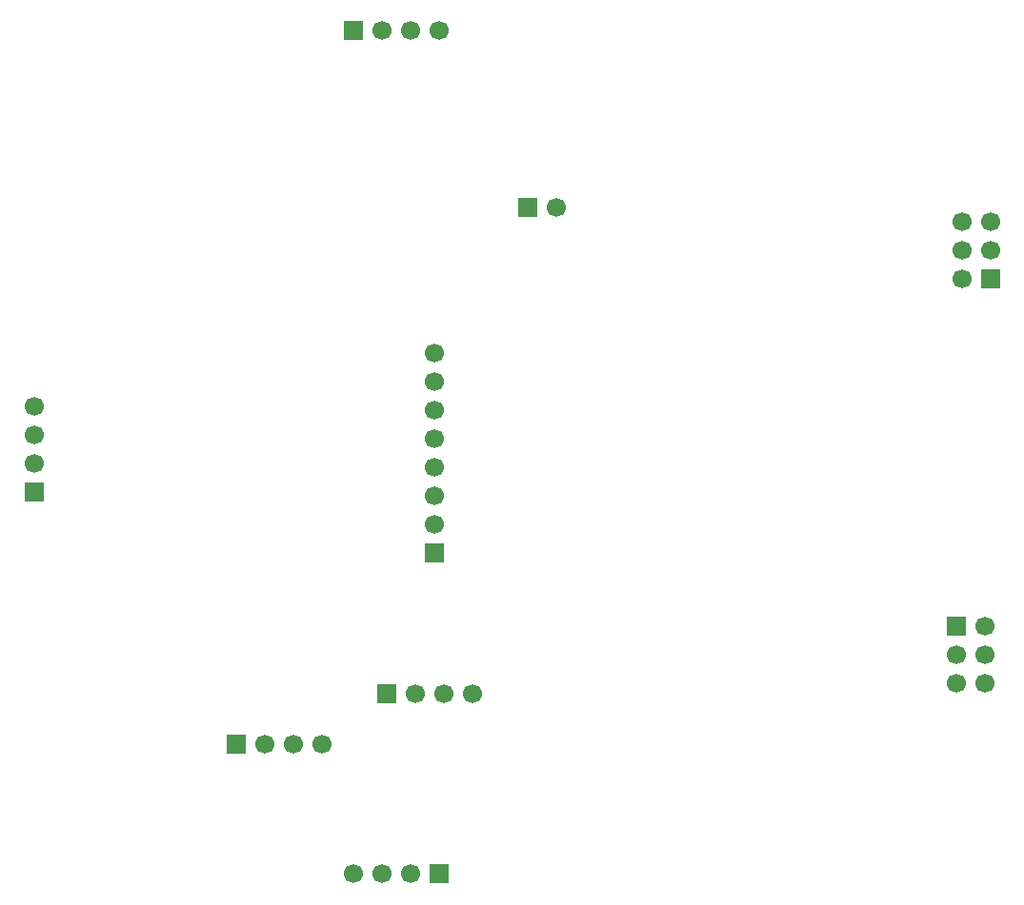
<source format=gbr>
%TF.GenerationSoftware,KiCad,Pcbnew,9.0.5*%
%TF.CreationDate,2025-12-24T21:09:35+07:00*%
%TF.ProjectId,katPCB_2Layers,6b617450-4342-45f3-924c-61796572732e,rev?*%
%TF.SameCoordinates,Original*%
%TF.FileFunction,Soldermask,Bot*%
%TF.FilePolarity,Negative*%
%FSLAX46Y46*%
G04 Gerber Fmt 4.6, Leading zero omitted, Abs format (unit mm)*
G04 Created by KiCad (PCBNEW 9.0.5) date 2025-12-24 21:09:35*
%MOMM*%
%LPD*%
G01*
G04 APERTURE LIST*
%ADD10R,1.700000X1.700000*%
%ADD11C,1.700000*%
G04 APERTURE END LIST*
D10*
%TO.C,J10*%
X178000000Y-59580000D03*
D11*
X175460000Y-59580000D03*
X178000000Y-57040000D03*
X175460000Y-57040000D03*
X178000000Y-54500000D03*
X175460000Y-54500000D03*
%TD*%
D10*
%TO.C,J2*%
X93000000Y-78540000D03*
D11*
X93000000Y-76000000D03*
X93000000Y-73460000D03*
X93000000Y-70920000D03*
%TD*%
D10*
%TO.C,J1*%
X124380000Y-96500000D03*
D11*
X126920000Y-96500000D03*
X129460000Y-96500000D03*
X132000000Y-96500000D03*
%TD*%
D10*
%TO.C,J7*%
X110960000Y-101000000D03*
D11*
X113500000Y-101000000D03*
X116040000Y-101000000D03*
X118580000Y-101000000D03*
%TD*%
D10*
%TO.C,J9*%
X174990000Y-90500000D03*
D11*
X177530000Y-90500000D03*
X174990000Y-93040000D03*
X177530000Y-93040000D03*
X174990000Y-95580000D03*
X177530000Y-95580000D03*
%TD*%
D10*
%TO.C,J5*%
X128596377Y-83903618D03*
D11*
X128596377Y-81363618D03*
X128596377Y-78823618D03*
X128596377Y-76283618D03*
X128596377Y-73743618D03*
X128596377Y-71203618D03*
X128596377Y-68663618D03*
X128596377Y-66123618D03*
%TD*%
D10*
%TO.C,J6*%
X136847500Y-53247500D03*
D11*
X139387500Y-53247500D03*
%TD*%
D10*
%TO.C,J3*%
X121380000Y-37500000D03*
D11*
X123920000Y-37500000D03*
X126460000Y-37500000D03*
X129000000Y-37500000D03*
%TD*%
D10*
%TO.C,J4*%
X129040000Y-112500000D03*
D11*
X126500000Y-112500000D03*
X123960000Y-112500000D03*
X121420000Y-112500000D03*
%TD*%
M02*

</source>
